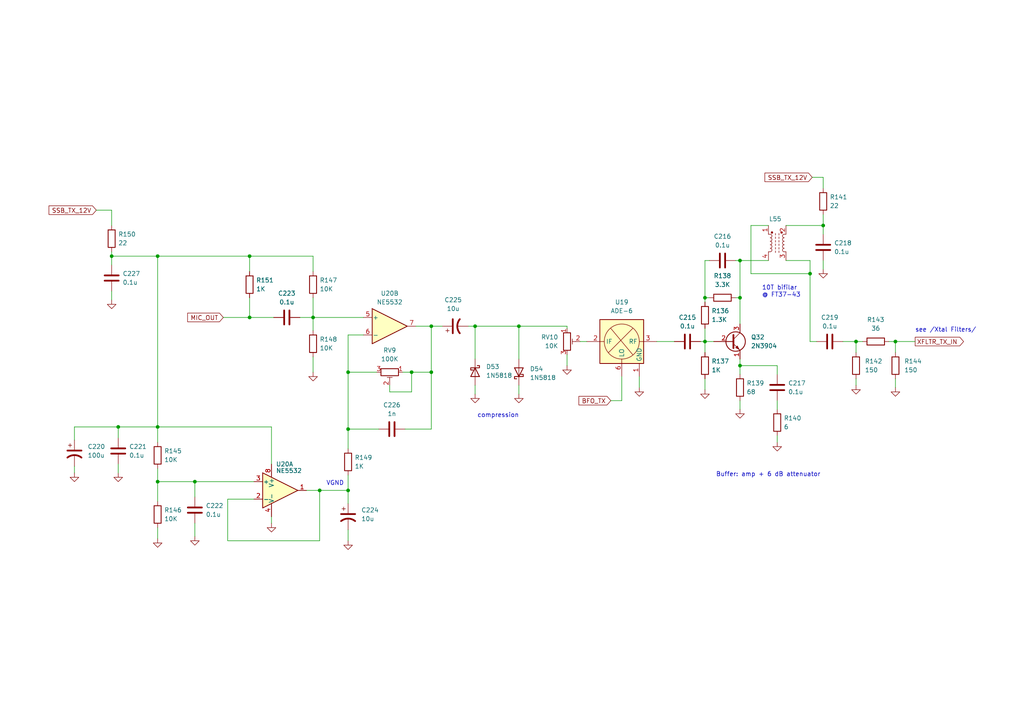
<source format=kicad_sch>
(kicad_sch (version 20230121) (generator eeschema)
  (paper "A4")
  (lib_symbols
    (symbol "Amplifier_Operational:NE5532" (pin_names (offset 0.127))
      (property "Reference" "U" (at 0 5.08 0))
      (property "Value" "NE5532" (at 0 -5.08 0))
      (symbol "NE5532_1_1"
        (polyline (pts (xy -5.08 5.08) (xy 5.08 0) (xy -5.08 -5.08) (xy -5.08 5.08)) (stroke (width 0.254)) (fill (type background)))
        (pin output line (at 7.62 0 180) (length 2.54) (name "~") (number "1"))
        (pin input line (at -7.62 -2.54 0) (length 2.54) (name "-") (number "2"))
        (pin input line (at -7.62 2.54 0) (length 2.54) (name "+") (number "3"))
      )
      (symbol "NE5532_2_1"
        (polyline (pts (xy -5.08 5.08) (xy 5.08 0) (xy -5.08 -5.08) (xy -5.08 5.08)) (stroke (width 0.254)) (fill (type background)))
        (pin input line (at -7.62 2.54 0) (length 2.54) (name "+") (number "5"))
        (pin input line (at -7.62 -2.54 0) (length 2.54) (name "-") (number "6"))
        (pin output line (at 7.62 0 180) (length 2.54) (name "~") (number "7"))
      )
      (symbol "NE5532_3_1"
        (pin power_in line (at -2.54 -7.62 90) (length 3.81) (name "V-") (number "4"))
        (pin power_in line (at -2.54 7.62 270) (length 3.81) (name "V+") (number "8"))
      )
    )
    (symbol "Device:C" (pin_numbers hide) (pin_names (offset 0.254))
      (property "Reference" "C" (at 0.635 2.54 0))
      (property "Value" "C" (at 0.635 -2.54 0))
      (symbol "C_0_1"
        (polyline (pts (xy -2.032 -0.762) (xy 2.032 -0.762)) (stroke (width 0.508)))
        (polyline (pts (xy -2.032 0.762) (xy 2.032 0.762)) (stroke (width 0.508)))
      )
      (symbol "C_1_1"
        (pin passive line (at 0 3.81 270) (length 2.794) (name "~") (number "1"))
        (pin passive line (at 0 -3.81 90) (length 2.794) (name "~") (number "2"))
      )
    )
    (symbol "Device:C_Polarized_US" (pin_numbers hide) (pin_names (offset 0.254) hide)
      (property "Reference" "C" (at 0.635 2.54 0))
      (property "Value" "C_Polarized_US" (at 0.635 -2.54 0))
      (symbol "C_Polarized_US_0_1"
        (polyline (pts (xy -2.032 0.762) (xy 2.032 0.762)) (stroke (width 0.508)))
        (polyline (pts (xy -1.778 2.286) (xy -0.762 2.286)))
        (polyline (pts (xy -1.27 1.778) (xy -1.27 2.794)))
        (arc (start 2.032 -1.27) (mid 0 -0.5572) (end -2.032 -1.27) (stroke (width 0.508)))
      )
      (symbol "C_Polarized_US_1_1"
        (pin passive line (at 0 3.81 270) (length 2.794) (name "~") (number "1"))
        (pin passive line (at 0 -3.81 90) (length 3.302) (name "~") (number "2"))
      )
    )
    (symbol "Device:L_Ferrite_Coupled_1423" (pin_names (offset 0.254) hide)
      (property "Reference" "L" (at 0 4.445 0))
      (property "Value" "L_Ferrite_Coupled_1423" (at 0 -4.445 0))
      (symbol "L_Ferrite_Coupled_1423_0_1"
        (circle (center -3.048 -1.27) (radius 0.254) (fill (type outline)))
        (circle (center -3.048 1.524) (radius 0.254) (fill (type outline)))
        (arc (start -2.54 2.032) (mid -2.032 1.5262) (end -1.524 2.032))
        (arc (start -1.524 -2.032) (mid -2.032 -1.5262) (end -2.54 -2.032))
        (arc (start -1.524 2.032) (mid -1.016 1.5262) (end -0.508 2.032))
        (arc (start -0.508 -2.032) (mid -1.016 -1.5262) (end -1.524 -2.032))
        (arc (start -0.508 2.032) (mid 0 1.5262) (end 0.508 2.032))
        (polyline (pts (xy -2.794 -0.508) (xy -2.286 -0.508)))
        (polyline (pts (xy -2.794 0.508) (xy -2.286 0.508)))
        (polyline (pts (xy -2.54 -2.032) (xy -2.54 -2.54)))
        (polyline (pts (xy -2.54 2.032) (xy -2.54 2.54)))
        (polyline (pts (xy -1.778 -0.508) (xy -1.27 -0.508)))
        (polyline (pts (xy -1.778 0.508) (xy -1.27 0.508)))
        (polyline (pts (xy -0.762 -0.508) (xy -0.254 -0.508)))
        (polyline (pts (xy -0.762 0.508) (xy -0.254 0.508)))
        (polyline (pts (xy 0.254 -0.508) (xy 0.762 -0.508)))
        (polyline (pts (xy 0.254 0.508) (xy 0.762 0.508)))
        (polyline (pts (xy 1.27 -0.508) (xy 1.778 -0.508)))
        (polyline (pts (xy 1.27 0.508) (xy 1.778 0.508)))
        (polyline (pts (xy 2.286 -0.508) (xy 2.794 -0.508)))
        (polyline (pts (xy 2.286 0.508) (xy 2.794 0.508)))
        (polyline (pts (xy 2.54 -2.032) (xy 2.54 -2.54)))
        (polyline (pts (xy 2.54 2.54) (xy 2.54 2.032)))
        (arc (start 0.508 -2.032) (mid 0 -1.5262) (end -0.508 -2.032))
        (arc (start 0.508 2.032) (mid 1.016 1.5262) (end 1.524 2.032))
        (arc (start 1.524 -2.032) (mid 1.016 -1.5262) (end 0.508 -2.032))
        (arc (start 1.524 2.032) (mid 2.032 1.5262) (end 2.54 2.032))
        (arc (start 2.54 -2.032) (mid 2.032 -1.5262) (end 1.524 -2.032))
      )
      (symbol "L_Ferrite_Coupled_1423_1_1"
        (pin passive line (at -5.08 2.54 0) (length 2.54) (name "1") (number "1"))
        (pin passive line (at -5.08 -2.54 0) (length 2.54) (name "2") (number "2"))
        (pin passive line (at 5.08 -2.54 180) (length 2.54) (name "3") (number "3"))
        (pin passive line (at 5.08 2.54 180) (length 2.54) (name "4") (number "4"))
      )
    )
    (symbol "Device:R" (pin_numbers hide) (pin_names (offset 0))
      (property "Reference" "R" (at 2.032 0 90))
      (property "Value" "R" (at 0 0 90))
      (symbol "R_0_1"
        (rectangle (start -1.016 -2.54) (end 1.016 2.54) (stroke (width 0.254)))
      )
      (symbol "R_1_1"
        (pin passive line (at 0 3.81 270) (length 1.27) (name "~") (number "1"))
        (pin passive line (at 0 -3.81 90) (length 1.27) (name "~") (number "2"))
      )
    )
    (symbol "Device:R_Potentiometer_Trim" (pin_names (offset 1.016) hide)
      (property "Reference" "RV" (at -4.445 0 90))
      (property "Value" "R_Potentiometer_Trim" (at -2.54 0 90))
      (symbol "R_Potentiometer_Trim_0_1"
        (polyline (pts (xy 1.524 0.762) (xy 1.524 -0.762)))
        (polyline (pts (xy 2.54 0) (xy 1.524 0)))
        (rectangle (start 1.016 2.54) (end -1.016 -2.54) (stroke (width 0.254)))
      )
      (symbol "R_Potentiometer_Trim_1_1"
        (pin passive line (at 0 3.81 270) (length 1.27) (name "1") (number "1"))
        (pin passive line (at 3.81 0 180) (length 1.27) (name "2") (number "2"))
        (pin passive line (at 0 -3.81 90) (length 1.27) (name "3") (number "3"))
      )
    )
    (symbol "Diode:1N5818" (pin_numbers hide) (pin_names (offset 1.016) hide)
      (property "Reference" "D" (at 0 2.54 0))
      (property "Value" "1N5818" (at 0 -2.54 0))
      (symbol "1N5818_0_1"
        (polyline (pts (xy 1.27 0) (xy -1.27 0)))
        (polyline (pts (xy 1.27 1.27) (xy 1.27 -1.27) (xy -1.27 0) (xy 1.27 1.27)) (stroke (width 0.254)))
        (polyline (pts (xy -1.905 0.635) (xy -1.905 1.27) (xy -1.27 1.27) (xy -1.27 -1.27) (xy -0.635 -1.27) (xy -0.635 -0.635)) (stroke (width 0.254)))
      )
      (symbol "1N5818_1_1"
        (pin passive line (at -3.81 0 0) (length 2.54) (name "K") (number "1"))
        (pin passive line (at 3.81 0 180) (length 2.54) (name "A") (number "2"))
      )
    )
    (symbol "RF_Mixer:ADE-6"
      (property "Reference" "U" (at -6.35 7.62 0))
      (property "Value" "ADE-6" (at 6.35 7.62 0))
      (symbol "ADE-6_0_1"
        (rectangle (start -6.35 6.35) (end 6.35 -6.35) (stroke (width 0.254)) (fill (type background)))
        (polyline (pts (xy -3.175 -3.81) (xy 3.175 3.81)))
        (polyline (pts (xy 3.81 -3.175) (xy -3.175 3.81)))
        (circle (center 0 0) (radius 5.08))
      )
      (symbol "ADE-6_1_1"
        (pin power_in line (at -5.08 -10.16 90) (length 3.81) (name "GND") (number "1"))
        (pin output line (at 10.16 0 180) (length 5.08) (name "IF") (number "2"))
        (pin input line (at -10.16 0 0) (length 5.08) (name "RF") (number "3"))
        (pin passive line (at -5.08 -10.16 90) (length 3.81) hide (name "GND") (number "4"))
        (pin passive line (at -5.08 -10.16 90) (length 3.81) hide (name "GND") (number "5"))
        (pin input line (at 0 -10.16 90) (length 5.08) (name "LO") (number "6"))
      )
    )
    (symbol "Transistor_BJT:2N3904" (pin_names (offset 0) hide)
      (property "Reference" "Q" (at 5.08 1.905 0))
      (property "Value" "2N3904" (at 5.08 0 0))
      (symbol "2N3904_0_1"
        (polyline (pts (xy 0.635 0.635) (xy 2.54 2.54)))
        (polyline (pts (xy 0.635 -0.635) (xy 2.54 -2.54) (xy 2.54 -2.54)))
        (polyline (pts (xy 0.635 1.905) (xy 0.635 -1.905) (xy 0.635 -1.905)) (stroke (width 0.508)))
        (polyline (pts (xy 1.27 -1.778) (xy 1.778 -1.27) (xy 2.286 -2.286) (xy 1.27 -1.778) (xy 1.27 -1.778)) (fill (type outline)))
        (circle (center 1.27 0) (radius 2.8194) (stroke (width 0.254)))
      )
      (symbol "2N3904_1_1"
        (pin passive line (at 2.54 -5.08 90) (length 2.54) (name "E") (number "1"))
        (pin passive line (at -5.08 0 0) (length 5.715) (name "B") (number "2"))
        (pin passive line (at 2.54 5.08 270) (length 2.54) (name "C") (number "3"))
      )
    )
    (symbol "power:GND" (power) (pin_names (offset 0))
      (property "Value" "GND" (at 0 -3.81 0))
      (symbol "GND_0_1"
        (polyline (pts (xy 0 0) (xy 0 -1.27) (xy 1.27 -1.27) (xy 0 -2.54) (xy -1.27 -1.27) (xy 0 -1.27)))
      )
      (symbol "GND_1_1"
        (pin power_in line (at 0 0 270) (length 0) hide (name "GND") (number "1"))
      )
    )
  )
  (junction (at 204.47 99.06))
  (junction (at 92.71 142.24))
  (junction (at 32.385 74.295))
  (junction (at 125.095 107.95))
  (junction (at 100.965 107.95))
  (junction (at 56.515 139.7))
  (junction (at 214.63 75.565))
  (junction (at 100.965 124.46))
  (junction (at 45.72 123.825))
  (junction (at 45.72 74.295))
  (junction (at 34.29 123.825))
  (junction (at 90.805 92.075))
  (junction (at 125.095 94.615))
  (junction (at 248.285 99.06))
  (junction (at 238.76 65.405))
  (junction (at 234.95 79.375))
  (junction (at 204.47 86.36))
  (junction (at 72.39 92.075))
  (junction (at 72.39 74.295))
  (junction (at 259.715 99.06))
  (junction (at 150.495 94.615))
  (junction (at 45.72 139.7))
  (junction (at 137.795 94.615))
  (junction (at 214.63 86.36))
  (junction (at 119.38 107.95))
  (junction (at 100.965 142.24))
  (junction (at 214.63 106.045))
  (wire (pts (xy 214.63 106.045) (xy 214.63 108.585)))
  (wire (pts (xy 180.34 109.22) (xy 180.34 116.205)))
  (wire (pts (xy 117.475 124.46) (xy 125.095 124.46)))
  (wire (pts (xy 234.95 79.375) (xy 234.95 99.06)))
  (wire (pts (xy 248.285 109.855) (xy 248.285 111.76)))
  (wire (pts (xy 45.72 139.7) (xy 56.515 139.7)))
  (wire (pts (xy 234.95 99.06) (xy 236.855 99.06)))
  (wire (pts (xy 214.63 86.36) (xy 214.63 93.98)))
  (wire (pts (xy 125.095 107.95) (xy 119.38 107.95)))
  (wire (pts (xy 86.995 92.075) (xy 90.805 92.075)))
  (wire (pts (xy 259.715 99.06) (xy 265.43 99.06)))
  (wire (pts (xy 125.095 94.615) (xy 125.095 107.95)))
  (wire (pts (xy 234.95 75.565) (xy 234.95 79.375)))
  (wire (pts (xy 150.495 94.615) (xy 150.495 104.14)))
  (wire (pts (xy 56.515 139.7) (xy 56.515 144.145)))
  (wire (pts (xy 72.39 74.295) (xy 90.805 74.295)))
  (wire (pts (xy 150.495 111.76) (xy 150.495 114.3)))
  (wire (pts (xy 90.805 103.505) (xy 90.805 107.95)))
  (wire (pts (xy 92.71 142.24) (xy 100.965 142.24)))
  (wire (pts (xy 120.65 94.615) (xy 125.095 94.615)))
  (wire (pts (xy 213.36 86.36) (xy 214.63 86.36)))
  (wire (pts (xy 244.475 99.06) (xy 248.285 99.06)))
  (wire (pts (xy 21.59 127.635) (xy 21.59 123.825)))
  (wire (pts (xy 259.715 99.06) (xy 259.715 102.235)))
  (wire (pts (xy 90.805 74.295) (xy 90.805 78.74)))
  (wire (pts (xy 66.04 156.845) (xy 92.71 156.845)))
  (wire (pts (xy 90.805 92.075) (xy 105.41 92.075)))
  (wire (pts (xy 34.29 123.825) (xy 45.72 123.825)))
  (wire (pts (xy 248.285 99.06) (xy 250.19 99.06)))
  (wire (pts (xy 238.76 65.405) (xy 238.76 67.945)))
  (wire (pts (xy 21.59 123.825) (xy 34.29 123.825)))
  (wire (pts (xy 100.965 107.95) (xy 109.22 107.95)))
  (wire (pts (xy 238.76 75.565) (xy 238.76 78.105)))
  (wire (pts (xy 100.965 107.95) (xy 100.965 97.155)))
  (wire (pts (xy 217.805 65.405) (xy 217.805 79.375)))
  (wire (pts (xy 92.71 142.24) (xy 88.9 142.24)))
  (wire (pts (xy 21.59 135.255) (xy 21.59 137.16)))
  (wire (pts (xy 204.47 99.06) (xy 204.47 102.235)))
  (wire (pts (xy 217.805 65.405) (xy 222.885 65.405)))
  (wire (pts (xy 73.66 144.78) (xy 66.04 144.78)))
  (wire (pts (xy 235.585 51.435) (xy 238.76 51.435)))
  (wire (pts (xy 225.425 106.045) (xy 225.425 108.585)))
  (wire (pts (xy 164.465 94.615) (xy 164.465 95.25)))
  (wire (pts (xy 238.76 62.23) (xy 238.76 65.405)))
  (wire (pts (xy 45.72 135.89) (xy 45.72 139.7)))
  (wire (pts (xy 100.965 137.795) (xy 100.965 142.24)))
  (wire (pts (xy 227.965 65.405) (xy 238.76 65.405)))
  (wire (pts (xy 119.38 113.665) (xy 119.38 107.95)))
  (wire (pts (xy 100.965 153.67) (xy 100.965 156.845)))
  (wire (pts (xy 214.63 75.565) (xy 222.885 75.565)))
  (wire (pts (xy 137.795 94.615) (xy 137.795 104.14)))
  (wire (pts (xy 92.71 142.24) (xy 92.71 156.845)))
  (wire (pts (xy 73.66 139.7) (xy 56.515 139.7)))
  (wire (pts (xy 90.805 86.36) (xy 90.805 92.075)))
  (wire (pts (xy 64.77 92.075) (xy 72.39 92.075)))
  (wire (pts (xy 100.965 124.46) (xy 109.855 124.46)))
  (wire (pts (xy 225.425 126.365) (xy 225.425 128.27)))
  (wire (pts (xy 125.095 94.615) (xy 128.27 94.615)))
  (wire (pts (xy 137.795 94.615) (xy 150.495 94.615)))
  (wire (pts (xy 32.385 76.835) (xy 32.385 74.295)))
  (wire (pts (xy 32.385 84.455) (xy 32.385 86.995)))
  (wire (pts (xy 100.965 124.46) (xy 100.965 130.175)))
  (wire (pts (xy 204.47 86.36) (xy 204.47 87.63)))
  (wire (pts (xy 214.63 106.045) (xy 225.425 106.045)))
  (wire (pts (xy 204.47 99.06) (xy 207.01 99.06)))
  (wire (pts (xy 185.42 109.22) (xy 185.42 112.395)))
  (wire (pts (xy 214.63 104.14) (xy 214.63 106.045)))
  (wire (pts (xy 150.495 94.615) (xy 164.465 94.615)))
  (wire (pts (xy 137.795 111.76) (xy 137.795 114.3)))
  (wire (pts (xy 204.47 95.25) (xy 204.47 99.06)))
  (wire (pts (xy 177.165 116.205) (xy 180.34 116.205)))
  (wire (pts (xy 205.74 86.36) (xy 204.47 86.36)))
  (wire (pts (xy 217.805 79.375) (xy 234.95 79.375)))
  (wire (pts (xy 125.095 124.46) (xy 125.095 107.95)))
  (wire (pts (xy 204.47 109.855) (xy 204.47 113.03)))
  (wire (pts (xy 100.965 142.24) (xy 100.965 146.05)))
  (wire (pts (xy 257.81 99.06) (xy 259.715 99.06)))
  (wire (pts (xy 113.03 113.665) (xy 119.38 113.665)))
  (wire (pts (xy 113.03 111.76) (xy 113.03 113.665)))
  (wire (pts (xy 248.285 99.06) (xy 248.285 102.235)))
  (wire (pts (xy 34.29 134.62) (xy 34.29 137.16)))
  (wire (pts (xy 213.36 75.565) (xy 214.63 75.565)))
  (wire (pts (xy 66.04 144.78) (xy 66.04 156.845)))
  (wire (pts (xy 225.425 116.205) (xy 225.425 118.745)))
  (wire (pts (xy 78.74 123.825) (xy 78.74 134.62)))
  (wire (pts (xy 45.72 123.825) (xy 45.72 128.27)))
  (wire (pts (xy 45.72 74.295) (xy 45.72 123.825)))
  (wire (pts (xy 45.72 74.295) (xy 72.39 74.295)))
  (wire (pts (xy 78.74 149.86) (xy 78.74 151.765)))
  (wire (pts (xy 203.2 99.06) (xy 204.47 99.06)))
  (wire (pts (xy 259.715 109.855) (xy 259.715 112.395)))
  (wire (pts (xy 204.47 75.565) (xy 205.74 75.565)))
  (wire (pts (xy 90.805 92.075) (xy 90.805 95.885)))
  (wire (pts (xy 72.39 92.075) (xy 79.375 92.075)))
  (wire (pts (xy 45.72 153.035) (xy 45.72 156.21)))
  (wire (pts (xy 45.72 123.825) (xy 78.74 123.825)))
  (wire (pts (xy 72.39 78.74) (xy 72.39 74.295)))
  (wire (pts (xy 72.39 86.36) (xy 72.39 92.075)))
  (wire (pts (xy 27.94 60.96) (xy 32.385 60.96)))
  (wire (pts (xy 119.38 107.95) (xy 116.84 107.95)))
  (wire (pts (xy 32.385 74.295) (xy 45.72 74.295)))
  (wire (pts (xy 214.63 116.205) (xy 214.63 118.745)))
  (wire (pts (xy 238.76 51.435) (xy 238.76 54.61)))
  (wire (pts (xy 135.89 94.615) (xy 137.795 94.615)))
  (wire (pts (xy 168.275 99.06) (xy 170.18 99.06)))
  (wire (pts (xy 32.385 73.025) (xy 32.385 74.295)))
  (wire (pts (xy 32.385 60.96) (xy 32.385 65.405)))
  (wire (pts (xy 214.63 86.36) (xy 214.63 75.565)))
  (wire (pts (xy 100.965 107.95) (xy 100.965 124.46)))
  (wire (pts (xy 204.47 86.36) (xy 204.47 75.565)))
  (wire (pts (xy 164.465 102.87) (xy 164.465 106.045)))
  (wire (pts (xy 56.515 151.765) (xy 56.515 155.575)))
  (wire (pts (xy 100.965 97.155) (xy 105.41 97.155)))
  (wire (pts (xy 34.29 123.825) (xy 34.29 127)))
  (wire (pts (xy 45.72 139.7) (xy 45.72 145.415)))
  (wire (pts (xy 190.5 99.06) (xy 195.58 99.06)))
  (wire (pts (xy 227.965 75.565) (xy 234.95 75.565)))
  (text "see /Xtal Filters/" (at 265.43 96.52 0) (effects (font (size 1.27 1.27)) (justify left bottom)))
  (text "10T bifilar\n@ FT37-43" (at 220.98 86.36 0) (effects (font (size 1.27 1.27)) (justify left bottom)))
  (text "Buffer: amp + 6 dB attenuator" (at 207.645 138.43 0) (effects (font (size 1.27 1.27)) (justify left bottom)))
  (text "VGND" (at 94.615 140.97 0) (effects (font (size 1.27 1.27)) (justify left bottom)))
  (text "compression" (at 138.43 121.285 0) (effects (font (size 1.27 1.27)) (justify left bottom)))
  (global_label "SSB_TX_12V" (shape input) (at 235.585 51.435 180) (property "Intersheetrefs" "${INTERSHEET_REFS}" (effects hide)))
  (global_label "XFLTR_TX_IN" (shape output) (at 265.43 99.06 0) (property "Intersheetrefs" "${INTERSHEET_REFS}" (effects hide)))
  (global_label "MIC_OUT" (shape input) (at 64.77 92.075 180) (property "Intersheetrefs" "${INTERSHEET_REFS}" (effects hide)))
  (global_label "BFO_TX" (shape input) (at 177.165 116.205 180) (property "Intersheetrefs" "${INTERSHEET_REFS}" (effects hide)))
  (global_label "SSB_TX_12V" (shape input) (at 27.94 60.96 180) (property "Intersheetrefs" "${INTERSHEET_REFS}" (effects hide)))
  (symbol (lib_id "power:GND") (at 90.805 107.95 0) (unit 1)
    (property "Reference" "#PWR0316" (effects hide))
    (property "Value" "GND" (effects hide))
  )
  (symbol (lib_id "Device:C") (at 56.515 147.955 0) (unit 1)
    (property "Reference" "C222" (at 59.69 146.685 0) (effects (justify left)))
    (property "Value" "0.1u" (at 59.69 149.225 0) (effects (justify left)))
  )
  (symbol (lib_id "power:GND") (at 225.425 128.27 0) (unit 1)
    (property "Reference" "#PWR0305" (effects hide))
    (property "Value" "GND" (effects hide))
  )
  (symbol (lib_id "power:GND") (at 238.76 78.105 0) (unit 1)
    (property "Reference" "#PWR0306" (effects hide))
    (property "Value" "GND" (effects hide))
  )
  (symbol (lib_id "power:GND") (at 45.72 156.21 0) (unit 1)
    (property "Reference" "#PWR0312" (effects hide))
    (property "Value" "GND" (effects hide))
  )
  (symbol (lib_id "Device:R") (at 45.72 132.08 0) (unit 1)
    (property "Reference" "R145" (at 47.625 130.81 0) (effects (justify left)))
    (property "Value" "10K" (at 47.625 133.35 0) (effects (justify left)))
  )
  (symbol (lib_id "Amplifier_Operational:NE5532") (at 81.28 142.24 0) (unit 3)
    (property "Reference" "U20" (effects hide))
    (property "Value" "NE5532" (effects hide))
    (property "Datasheet" "http://www.ti.com/lit/ds/symlink/ne5532.pdf" (effects hide))
  )
  (symbol (lib_id "power:GND") (at 34.29 137.16 0) (unit 1)
    (property "Reference" "#PWR0310" (effects hide))
    (property "Value" "GND" (effects hide))
  )
  (symbol (lib_id "power:GND") (at 21.59 137.16 0) (unit 1)
    (property "Reference" "#PWR0309" (effects hide))
    (property "Value" "GND" (effects hide))
  )
  (symbol (lib_id "Device:R") (at 90.805 82.55 0) (unit 1)
    (property "Reference" "R147" (at 92.71 81.28 0) (effects (justify left)))
    (property "Value" "10K" (at 92.71 83.82 0) (effects (justify left)))
  )
  (symbol (lib_id "Device:C") (at 83.185 92.075 90) (unit 1)
    (property "Reference" "C223" (at 83.185 85.09 90))
    (property "Value" "0.1u" (at 83.185 87.63 90))
  )
  (symbol (lib_id "Device:C") (at 32.385 80.645 0) (unit 1)
    (property "Reference" "C227" (at 35.56 79.375 0) (effects (justify left)))
    (property "Value" "0.1u" (at 35.56 81.915 0) (effects (justify left)))
  )
  (symbol (lib_id "Device:R") (at 204.47 106.045 0) (unit 1)
    (property "Reference" "R137" (at 206.375 104.775 0) (effects (justify left)))
    (property "Value" "1K" (at 206.375 107.315 0) (effects (justify left)))
  )
  (symbol (lib_id "Device:C_Polarized_US") (at 100.965 149.86 0) (unit 1)
    (property "Reference" "C224" (at 104.775 147.955 0) (effects (justify left)))
    (property "Value" "10u" (at 104.775 150.495 0) (effects (justify left)))
  )
  (symbol (lib_id "Device:R") (at 225.425 122.555 0) (unit 1)
    (property "Reference" "R140" (at 227.33 121.285 0) (effects (justify left)))
    (property "Value" "6" (at 227.33 123.825 0) (effects (justify left)))
  )
  (symbol (lib_id "Device:L_Ferrite_Coupled_1423") (at 225.425 70.485 90) (mirror x) (unit 1)
    (property "Reference" "L55" (at 226.695 63.5 90) (effects (justify left)))
    (property "Value" "FT37-43" (effects hide))
  )
  (symbol (lib_id "power:GND") (at 214.63 118.745 0) (unit 1)
    (property "Reference" "#PWR0304" (effects hide))
    (property "Value" "GND" (effects hide))
  )
  (symbol (lib_id "Device:C") (at 113.665 124.46 90) (unit 1)
    (property "Reference" "C226" (at 113.665 117.475 90))
    (property "Value" "1n" (at 113.665 120.015 90))
  )
  (symbol (lib_id "RF_Mixer:ADE-6") (at 180.34 99.06 0) (mirror y) (unit 1)
    (property "Reference" "U19" (at 180.34 87.63 0))
    (property "Value" "ADE-6" (at 180.34 90.17 0))
    (property "Footprint" "RF_Mini-Circuits:Mini-Circuits_CD542_LandPatternPL-052" (effects hide))
  )
  (symbol (lib_id "power:GND") (at 185.42 112.395 0) (mirror y) (unit 1)
    (property "Reference" "#PWR0302" (effects hide))
    (property "Value" "GND" (effects hide))
  )
  (symbol (lib_id "Diode:1N5818") (at 137.795 107.95 270) (unit 1)
    (property "Reference" "D53" (at 140.97 106.3625 90) (effects (justify left)))
    (property "Value" "1N5818" (at 140.97 108.9025 90) (effects (justify left)))
    (property "Footprint" "Diode_THT:D_DO-41_SOD81_P10.16mm_Horizontal" (effects hide))
    (property "Datasheet" "http://www.vishay.com/docs/88525/1n5817.pdf" (effects hide))
  )
  (symbol (lib_id "Device:R") (at 100.965 133.985 0) (unit 1)
    (property "Reference" "R149" (at 102.87 132.715 0) (effects (justify left)))
    (property "Value" "1K" (at 102.87 135.255 0) (effects (justify left)))
  )
  (symbol (lib_id "Device:R") (at 238.76 58.42 0) (unit 1)
    (property "Reference" "R141" (at 240.665 57.15 0) (effects (justify left)))
    (property "Value" "22" (at 240.665 59.69 0) (effects (justify left)))
  )
  (symbol (lib_id "power:GND") (at 100.965 156.845 0) (unit 1)
    (property "Reference" "#PWR0317" (effects hide))
    (property "Value" "GND" (effects hide))
  )
  (symbol (lib_id "Amplifier_Operational:NE5532") (at 113.03 94.615 0) (unit 2)
    (property "Reference" "U20" (at 113.03 85.09 0))
    (property "Value" "NE5532" (at 113.03 87.63 0))
    (property "Datasheet" "http://www.ti.com/lit/ds/symlink/ne5532.pdf" (effects hide))
  )
  (symbol (lib_id "Transistor_BJT:2N3904") (at 212.09 99.06 0) (unit 1)
    (property "Reference" "Q32" (at 217.805 97.79 0) (effects (justify left)))
    (property "Value" "2N3904" (at 217.805 100.33 0) (effects (justify left)))
    (property "Footprint" "Package_TO_SOT_THT:TO-92_Inline" (effects hide))
    (property "Datasheet" "https://www.onsemi.com/pub/Collateral/2N3903-D.PDF" (effects hide))
  )
  (symbol (lib_id "Device:R") (at 45.72 149.225 0) (unit 1)
    (property "Reference" "R146" (at 47.625 147.955 0) (effects (justify left)))
    (property "Value" "10K" (at 47.625 150.495 0) (effects (justify left)))
  )
  (symbol (lib_id "Device:C") (at 225.425 112.395 180) (unit 1)
    (property "Reference" "C217" (at 228.6 111.125 0) (effects (justify right)))
    (property "Value" "0.1u" (at 228.6 113.665 0) (effects (justify right)))
  )
  (symbol (lib_id "Device:R") (at 214.63 112.395 0) (unit 1)
    (property "Reference" "R139" (at 216.535 111.125 0) (effects (justify left)))
    (property "Value" "68" (at 216.535 113.665 0) (effects (justify left)))
  )
  (symbol (lib_id "power:GND") (at 32.385 86.995 0) (unit 1)
    (property "Reference" "#PWR0320" (effects hide))
    (property "Value" "GND" (effects hide))
  )
  (symbol (lib_id "Device:R") (at 32.385 69.215 0) (unit 1)
    (property "Reference" "R150" (at 34.29 67.945 0) (effects (justify left)))
    (property "Value" "22" (at 34.29 70.485 0) (effects (justify left)))
  )
  (symbol (lib_id "power:GND") (at 204.47 113.03 0) (unit 1)
    (property "Reference" "#PWR0303" (effects hide))
    (property "Value" "GND" (effects hide))
  )
  (symbol (lib_id "Device:C") (at 240.665 99.06 90) (unit 1)
    (property "Reference" "C219" (at 240.665 92.075 90))
    (property "Value" "0.1u" (at 240.665 94.615 90))
  )
  (symbol (lib_id "power:GND") (at 78.74 151.765 0) (unit 1)
    (property "Reference" "#PWR0314" (effects hide))
    (property "Value" "GND" (effects hide))
  )
  (symbol (lib_id "power:GND") (at 259.715 112.395 0) (unit 1)
    (property "Reference" "#PWR0308" (effects hide))
    (property "Value" "GND" (effects hide))
  )
  (symbol (lib_id "Device:C_Polarized_US") (at 132.08 94.615 90) (unit 1)
    (property "Reference" "C225" (at 131.445 86.995 90))
    (property "Value" "10u" (at 131.445 89.535 90))
  )
  (symbol (lib_id "Device:R_Potentiometer_Trim") (at 113.03 107.95 270) (unit 1)
    (property "Reference" "RV9" (at 113.03 101.6 90))
    (property "Value" "100K" (at 113.03 104.14 90))
  )
  (symbol (lib_id "Diode:1N5818") (at 150.495 107.95 90) (unit 1)
    (property "Reference" "D54" (at 153.67 106.9975 90) (effects (justify right)))
    (property "Value" "1N5818" (at 153.67 109.5375 90) (effects (justify right)))
    (property "Footprint" "Diode_THT:D_DO-41_SOD81_P10.16mm_Horizontal" (effects hide))
    (property "Datasheet" "http://www.vishay.com/docs/88525/1n5817.pdf" (effects hide))
  )
  (symbol (lib_id "Device:R_Potentiometer_Trim") (at 164.465 99.06 0) (unit 1)
    (property "Reference" "RV10" (at 161.925 97.79 0) (effects (justify right)))
    (property "Value" "10K" (at 161.925 100.33 0) (effects (justify right)))
  )
  (symbol (lib_id "Device:C") (at 209.55 75.565 90) (unit 1)
    (property "Reference" "C216" (at 209.55 68.58 90))
    (property "Value" "0.1u" (at 209.55 71.12 90))
  )
  (symbol (lib_id "power:GND") (at 137.795 114.3 0) (mirror y) (unit 1)
    (property "Reference" "#PWR0318" (effects hide))
    (property "Value" "GND" (effects hide))
  )
  (symbol (lib_id "power:GND") (at 248.285 111.76 0) (unit 1)
    (property "Reference" "#PWR0307" (effects hide))
    (property "Value" "GND" (effects hide))
  )
  (symbol (lib_id "Device:R") (at 209.55 86.36 90) (unit 1)
    (property "Reference" "R138" (at 209.55 80.01 90))
    (property "Value" "3.3K" (at 209.55 82.55 90))
  )
  (symbol (lib_id "Device:R") (at 259.715 106.045 0) (unit 1)
    (property "Reference" "R144" (at 262.255 104.775 0) (effects (justify left)))
    (property "Value" "150" (at 262.255 107.315 0) (effects (justify left)))
  )
  (symbol (lib_id "Amplifier_Operational:NE5532") (at 81.28 142.24 0) (unit 1)
    (property "Reference" "U20" (at 82.55 134.62 0))
    (property "Value" "NE5532" (at 83.82 136.525 0))
    (property "Datasheet" "http://www.ti.com/lit/ds/symlink/ne5532.pdf" (effects hide))
  )
  (symbol (lib_id "Device:R") (at 204.47 91.44 0) (unit 1)
    (property "Reference" "R136" (at 206.375 90.17 0) (effects (justify left)))
    (property "Value" "1.3K" (at 206.375 92.71 0) (effects (justify left)))
  )
  (symbol (lib_id "Device:C") (at 199.39 99.06 90) (unit 1)
    (property "Reference" "C215" (at 199.39 92.075 90))
    (property "Value" "0.1u" (at 199.39 94.615 90))
  )
  (symbol (lib_id "Device:R") (at 72.39 82.55 0) (unit 1)
    (property "Reference" "R151" (at 74.295 81.28 0) (effects (justify left)))
    (property "Value" "1K" (at 74.295 83.82 0) (effects (justify left)))
  )
  (symbol (lib_id "Device:R") (at 248.285 106.045 0) (unit 1)
    (property "Reference" "R142" (at 250.825 104.775 0) (effects (justify left)))
    (property "Value" "150" (at 250.825 107.315 0) (effects (justify left)))
  )
  (symbol (lib_id "Device:R") (at 90.805 99.695 0) (unit 1)
    (property "Reference" "R148" (at 92.71 98.425 0) (effects (justify left)))
    (property "Value" "10K" (at 92.71 100.965 0) (effects (justify left)))
  )
  (symbol (lib_id "power:GND") (at 56.515 155.575 0) (unit 1)
    (property "Reference" "#PWR0313" (effects hide))
    (property "Value" "GND" (effects hide))
  )
  (symbol (lib_id "Device:C_Polarized_US") (at 21.59 131.445 0) (unit 1)
    (property "Reference" "C220" (at 25.4 129.54 0) (effects (justify left)))
    (property "Value" "100u" (at 25.4 132.08 0) (effects (justify left)))
  )
  (symbol (lib_id "power:GND") (at 164.465 106.045 0) (mirror y) (unit 1)
    (property "Reference" "#PWR0311" (effects hide))
    (property "Value" "GND" (effects hide))
  )
  (symbol (lib_id "Device:C") (at 34.29 130.81 0) (unit 1)
    (property "Reference" "C221" (at 37.465 129.54 0) (effects (justify left)))
    (property "Value" "0.1u" (at 37.465 132.08 0) (effects (justify left)))
  )
  (symbol (lib_id "Device:C") (at 238.76 71.755 180) (unit 1)
    (property "Reference" "C218" (at 241.935 70.485 0) (effects (justify right)))
    (property "Value" "0.1u" (at 241.935 73.025 0) (effects (justify right)))
  )
  (symbol (lib_id "Device:R") (at 254 99.06 90) (unit 1)
    (property "Reference" "R143" (at 254 92.71 90))
    (property "Value" "36" (at 254 95.25 90))
  )
  (symbol (lib_id "power:GND") (at 150.495 114.3 0) (mirror y) (unit 1)
    (property "Reference" "#PWR0315" (effects hide))
    (property "Value" "GND" (effects hide))
  )
)
</source>
